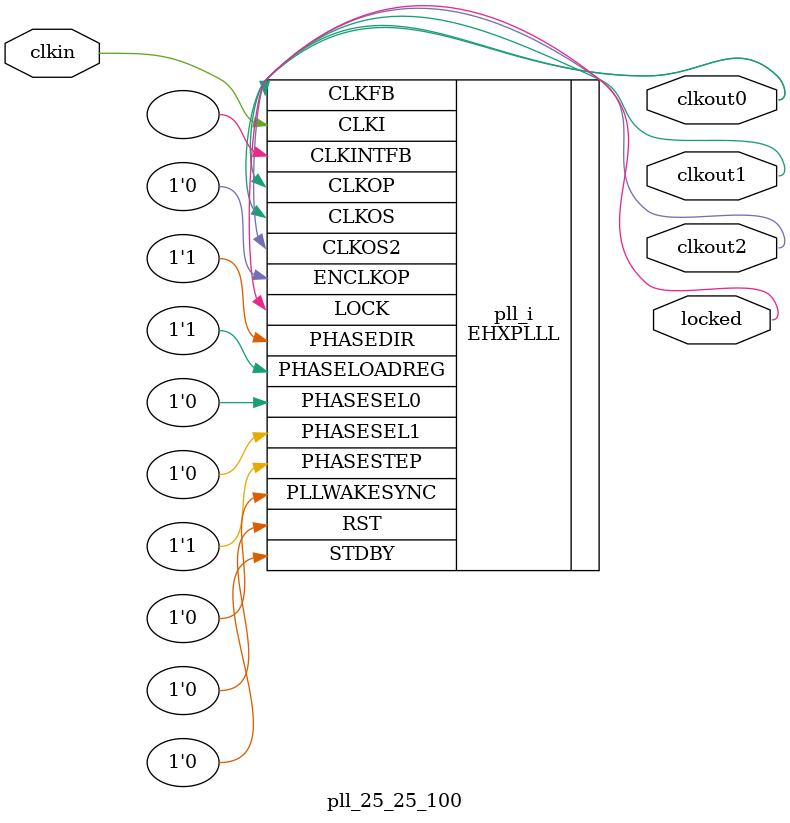
<source format=v>
module pll_25_25_100
(
    input clkin, // 25 MHz, 0 deg
    output clkout0, // 25 MHz, 0 deg
    output clkout1, // 25 MHz, 0 deg
    output clkout2, // 100 MHz, 0 deg
    output locked
);
(* FREQUENCY_PIN_CLKI="25" *)
(* FREQUENCY_PIN_CLKOP="25" *)
(* FREQUENCY_PIN_CLKOS="25" *)
(* FREQUENCY_PIN_CLKOS2="100" *)
(* ICP_CURRENT="12" *) (* LPF_RESISTOR="8" *) (* MFG_ENABLE_FILTEROPAMP="1" *) (* MFG_GMCREF_SEL="2" *)
EHXPLLL #(
        .PLLRST_ENA("DISABLED"),
        .INTFB_WAKE("DISABLED"),
        .STDBY_ENABLE("DISABLED"),
        .DPHASE_SOURCE("DISABLED"),
        .OUTDIVIDER_MUXA("DIVA"),
        .OUTDIVIDER_MUXB("DIVB"),
        .OUTDIVIDER_MUXC("DIVC"),
        .OUTDIVIDER_MUXD("DIVD"),
        .CLKI_DIV(1),
        .CLKOP_ENABLE("ENABLED"),
        .CLKOP_DIV(24),
        .CLKOP_CPHASE(11),
        .CLKOP_FPHASE(0),
        .CLKOS_ENABLE("ENABLED"),
        .CLKOS_DIV(24),
        .CLKOS_CPHASE(11),
        .CLKOS_FPHASE(0),
        .CLKOS2_ENABLE("ENABLED"),
        .CLKOS2_DIV(6),
        .CLKOS2_CPHASE(11),
        .CLKOS2_FPHASE(0),
        .FEEDBK_PATH("CLKOP"),
        .CLKFB_DIV(1)
    ) pll_i (
        .RST(1'b0),
        .STDBY(1'b0),
        .CLKI(clkin),
        .CLKOP(clkout0),
        .CLKOS(clkout1),
        .CLKOS2(clkout2),
        .CLKFB(clkout0),
        .CLKINTFB(),
        .PHASESEL0(1'b0),
        .PHASESEL1(1'b0),
        .PHASEDIR(1'b1),
        .PHASESTEP(1'b1),
        .PHASELOADREG(1'b1),
        .PLLWAKESYNC(1'b0),
        .ENCLKOP(1'b0),
        .LOCK(locked)
	);
endmodule

</source>
